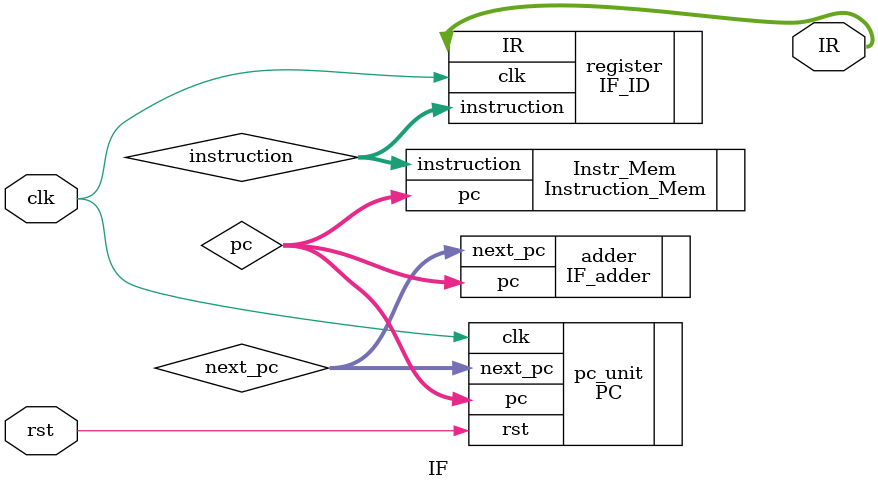
<source format=v>
module IF(
	input	clk,
	input 	rst,
	output	[31:0]	IR
);

wire	[31:0]	next_pc;
wire	[31:0]	pc;
wire	[31:0]	instruction;

PC pc_unit 
(
	.clk(clk), 
	.rst(rst), 
	.next_pc(next_pc), 
	.pc(pc)
);

IF_adder adder
(
	.pc(pc),
	.next_pc(next_pc)
);

Instruction_Mem	Instr_Mem
(
	.pc(pc),
	.instruction(instruction)
);

IF_ID register
(
	.clk(clk),
	.IR(IR),
	.instruction(instruction)
);	

endmodule

</source>
